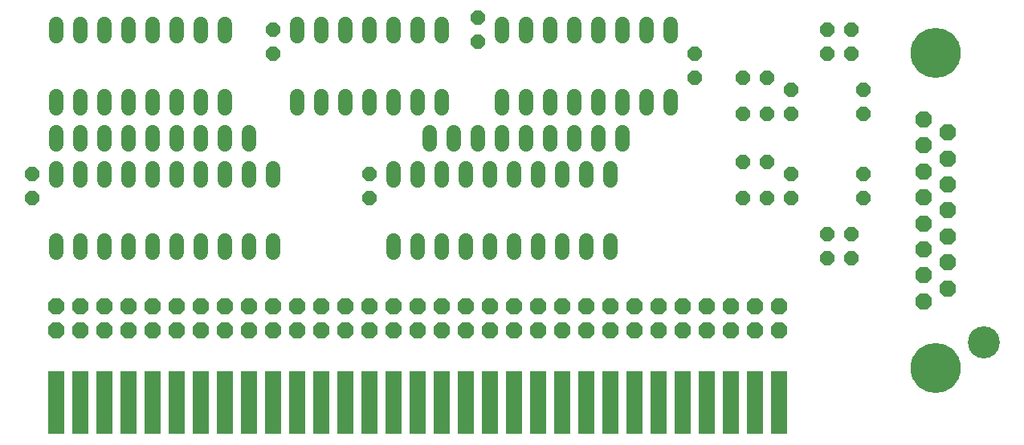
<source format=gbs>
G75*
%MOIN*%
%OFA0B0*%
%FSLAX24Y24*%
%IPPOS*%
%LPD*%
%AMOC8*
5,1,8,0,0,1.08239X$1,22.5*
%
%ADD10C,0.1330*%
%ADD11R,0.0680X0.2630*%
%ADD12OC8,0.0600*%
%ADD13OC8,0.0680*%
%ADD14C,0.0600*%
%ADD15C,0.2080*%
D10*
X040180Y004440D03*
D11*
X001680Y001940D03*
X002680Y001940D03*
X003680Y001940D03*
X004680Y001940D03*
X005680Y001940D03*
X006680Y001940D03*
X007680Y001940D03*
X008680Y001940D03*
X009680Y001940D03*
X010680Y001940D03*
X011680Y001940D03*
X012680Y001940D03*
X013680Y001940D03*
X014680Y001940D03*
X015680Y001940D03*
X016680Y001940D03*
X017680Y001940D03*
X018680Y001940D03*
X019680Y001940D03*
X020680Y001940D03*
X021680Y001940D03*
X022680Y001940D03*
X023680Y001940D03*
X024680Y001940D03*
X025680Y001940D03*
X026680Y001940D03*
X027680Y001940D03*
X028680Y001940D03*
X029680Y001940D03*
X030680Y001940D03*
X031680Y001940D03*
D12*
X033680Y007940D03*
X034680Y007940D03*
X034680Y008940D03*
X033680Y008940D03*
X032180Y010440D03*
X031180Y010440D03*
X030180Y010440D03*
X032180Y011440D03*
X031180Y011940D03*
X030180Y011940D03*
X030180Y013940D03*
X031180Y013940D03*
X032180Y013940D03*
X032180Y014940D03*
X031180Y015440D03*
X030180Y015440D03*
X028180Y015440D03*
X028180Y016440D03*
X033680Y016440D03*
X034680Y016440D03*
X034680Y017440D03*
X033680Y017440D03*
X035180Y014940D03*
X035180Y013940D03*
X035180Y011440D03*
X035180Y010440D03*
X019180Y016940D03*
X019180Y017940D03*
X010680Y017440D03*
X010680Y016440D03*
X014680Y011440D03*
X014680Y010440D03*
X000680Y010440D03*
X000680Y011440D03*
D13*
X001680Y005940D03*
X002680Y005940D03*
X003680Y005940D03*
X004680Y005940D03*
X005680Y005940D03*
X006680Y005940D03*
X007680Y005940D03*
X008680Y005940D03*
X009680Y005940D03*
X010680Y005940D03*
X011680Y005940D03*
X012680Y005940D03*
X013680Y005940D03*
X014680Y005940D03*
X015680Y005940D03*
X016680Y005940D03*
X017680Y005940D03*
X018680Y005940D03*
X019680Y005940D03*
X020680Y005940D03*
X021680Y005940D03*
X022680Y005940D03*
X023680Y005940D03*
X024680Y005940D03*
X025680Y005940D03*
X026680Y005940D03*
X027680Y005940D03*
X028680Y005940D03*
X029680Y005940D03*
X030680Y005940D03*
X031680Y005940D03*
X031680Y004940D03*
X030680Y004940D03*
X029680Y004940D03*
X028680Y004940D03*
X027680Y004940D03*
X026680Y004940D03*
X025680Y004940D03*
X024680Y004940D03*
X023680Y004940D03*
X022680Y004940D03*
X021680Y004940D03*
X020680Y004940D03*
X019680Y004940D03*
X018680Y004940D03*
X017680Y004940D03*
X016680Y004940D03*
X015680Y004940D03*
X014680Y004940D03*
X013680Y004940D03*
X012680Y004940D03*
X011680Y004940D03*
X010680Y004940D03*
X009680Y004940D03*
X008680Y004940D03*
X007680Y004940D03*
X006680Y004940D03*
X005680Y004940D03*
X004680Y004940D03*
X003680Y004940D03*
X002680Y004940D03*
X001680Y004940D03*
X037680Y006160D03*
X038680Y006700D03*
X037680Y007240D03*
X038680Y007780D03*
X037680Y008320D03*
X038680Y008860D03*
X037680Y009400D03*
X038680Y009940D03*
X037680Y010480D03*
X038680Y011020D03*
X037680Y011560D03*
X038680Y012100D03*
X037680Y012640D03*
X038680Y013180D03*
X037680Y013720D03*
D14*
X027180Y014180D02*
X027180Y014700D01*
X026180Y014700D02*
X026180Y014180D01*
X025180Y014180D02*
X025180Y014700D01*
X024180Y014700D02*
X024180Y014180D01*
X023180Y014180D02*
X023180Y014700D01*
X022180Y014700D02*
X022180Y014180D01*
X021180Y014180D02*
X021180Y014700D01*
X020180Y014700D02*
X020180Y014180D01*
X020180Y013200D02*
X020180Y012680D01*
X019180Y012680D02*
X019180Y013200D01*
X018180Y013200D02*
X018180Y012680D01*
X017180Y012680D02*
X017180Y013200D01*
X016680Y014180D02*
X016680Y014700D01*
X015680Y014700D02*
X015680Y014180D01*
X014680Y014180D02*
X014680Y014700D01*
X013680Y014700D02*
X013680Y014180D01*
X012680Y014180D02*
X012680Y014700D01*
X011680Y014700D02*
X011680Y014180D01*
X009680Y013200D02*
X009680Y012680D01*
X008680Y012680D02*
X008680Y013200D01*
X007680Y013200D02*
X007680Y012680D01*
X006680Y012680D02*
X006680Y013200D01*
X005680Y013200D02*
X005680Y012680D01*
X004680Y012680D02*
X004680Y013200D01*
X003680Y013200D02*
X003680Y012680D01*
X002680Y012680D02*
X002680Y013200D01*
X001680Y013200D02*
X001680Y012680D01*
X001680Y011700D02*
X001680Y011180D01*
X002680Y011180D02*
X002680Y011700D01*
X003680Y011700D02*
X003680Y011180D01*
X004680Y011180D02*
X004680Y011700D01*
X005680Y011700D02*
X005680Y011180D01*
X006680Y011180D02*
X006680Y011700D01*
X007680Y011700D02*
X007680Y011180D01*
X008680Y011180D02*
X008680Y011700D01*
X009680Y011700D02*
X009680Y011180D01*
X010680Y011180D02*
X010680Y011700D01*
X015680Y011700D02*
X015680Y011180D01*
X016680Y011180D02*
X016680Y011700D01*
X017680Y011700D02*
X017680Y011180D01*
X018680Y011180D02*
X018680Y011700D01*
X019680Y011700D02*
X019680Y011180D01*
X020680Y011180D02*
X020680Y011700D01*
X021680Y011700D02*
X021680Y011180D01*
X022680Y011180D02*
X022680Y011700D01*
X023680Y011700D02*
X023680Y011180D01*
X024680Y011180D02*
X024680Y011700D01*
X024180Y012680D02*
X024180Y013200D01*
X023180Y013200D02*
X023180Y012680D01*
X022180Y012680D02*
X022180Y013200D01*
X021180Y013200D02*
X021180Y012680D01*
X017680Y014180D02*
X017680Y014700D01*
X017680Y017180D02*
X017680Y017700D01*
X016680Y017700D02*
X016680Y017180D01*
X015680Y017180D02*
X015680Y017700D01*
X014680Y017700D02*
X014680Y017180D01*
X013680Y017180D02*
X013680Y017700D01*
X012680Y017700D02*
X012680Y017180D01*
X011680Y017180D02*
X011680Y017700D01*
X008680Y017700D02*
X008680Y017180D01*
X007680Y017180D02*
X007680Y017700D01*
X006680Y017700D02*
X006680Y017180D01*
X005680Y017180D02*
X005680Y017700D01*
X004680Y017700D02*
X004680Y017180D01*
X003680Y017180D02*
X003680Y017700D01*
X002680Y017700D02*
X002680Y017180D01*
X001680Y017180D02*
X001680Y017700D01*
X001680Y014700D02*
X001680Y014180D01*
X002680Y014180D02*
X002680Y014700D01*
X003680Y014700D02*
X003680Y014180D01*
X004680Y014180D02*
X004680Y014700D01*
X005680Y014700D02*
X005680Y014180D01*
X006680Y014180D02*
X006680Y014700D01*
X007680Y014700D02*
X007680Y014180D01*
X008680Y014180D02*
X008680Y014700D01*
X020180Y017180D02*
X020180Y017700D01*
X021180Y017700D02*
X021180Y017180D01*
X022180Y017180D02*
X022180Y017700D01*
X023180Y017700D02*
X023180Y017180D01*
X024180Y017180D02*
X024180Y017700D01*
X025180Y017700D02*
X025180Y017180D01*
X026180Y017180D02*
X026180Y017700D01*
X027180Y017700D02*
X027180Y017180D01*
X025180Y013200D02*
X025180Y012680D01*
X024680Y008700D02*
X024680Y008180D01*
X023680Y008180D02*
X023680Y008700D01*
X022680Y008700D02*
X022680Y008180D01*
X021680Y008180D02*
X021680Y008700D01*
X020680Y008700D02*
X020680Y008180D01*
X019680Y008180D02*
X019680Y008700D01*
X018680Y008700D02*
X018680Y008180D01*
X017680Y008180D02*
X017680Y008700D01*
X016680Y008700D02*
X016680Y008180D01*
X015680Y008180D02*
X015680Y008700D01*
X010680Y008700D02*
X010680Y008180D01*
X009680Y008180D02*
X009680Y008700D01*
X008680Y008700D02*
X008680Y008180D01*
X007680Y008180D02*
X007680Y008700D01*
X006680Y008700D02*
X006680Y008180D01*
X005680Y008180D02*
X005680Y008700D01*
X004680Y008700D02*
X004680Y008180D01*
X003680Y008180D02*
X003680Y008700D01*
X002680Y008700D02*
X002680Y008180D01*
X001680Y008180D02*
X001680Y008700D01*
D15*
X038180Y003380D03*
X038180Y016500D03*
M02*

</source>
